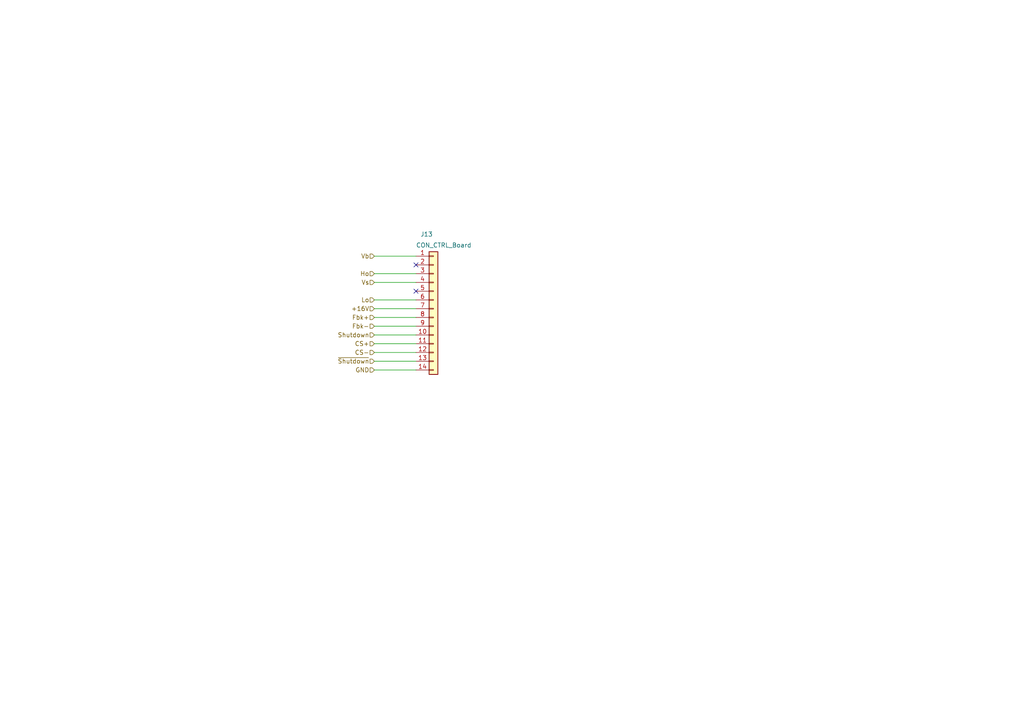
<source format=kicad_sch>
(kicad_sch (version 20210126) (generator eeschema)
  (paper "A4")
  (lib_symbols
    (symbol "Connector_Generic:Conn_01x14" (pin_names (offset 1.016) hide)
      (property "Reference" "J" (at 0 17.78 0))
      (property "Value" "Conn_01x14" (at 0 -20.32 0))
      (symbol "Conn_01x14_1_1"
        (rectangle (start -1.27 -17.653) (end 0 -17.907) (stroke (width 0.1524)))
        (rectangle (start -1.27 -15.113) (end 0 -15.367) (stroke (width 0.1524)))
        (rectangle (start -1.27 -12.573) (end 0 -12.827) (stroke (width 0.1524)))
        (rectangle (start -1.27 -10.033) (end 0 -10.287) (stroke (width 0.1524)))
        (rectangle (start -1.27 -7.493) (end 0 -7.747) (stroke (width 0.1524)))
        (rectangle (start -1.27 -4.953) (end 0 -5.207) (stroke (width 0.1524)))
        (rectangle (start -1.27 -2.413) (end 0 -2.667) (stroke (width 0.1524)))
        (rectangle (start -1.27 0.127) (end 0 -0.127) (stroke (width 0.1524)))
        (rectangle (start -1.27 2.667) (end 0 2.413) (stroke (width 0.1524)))
        (rectangle (start -1.27 5.207) (end 0 4.953) (stroke (width 0.1524)))
        (rectangle (start -1.27 7.747) (end 0 7.493) (stroke (width 0.1524)))
        (rectangle (start -1.27 10.287) (end 0 10.033) (stroke (width 0.1524)))
        (rectangle (start -1.27 12.827) (end 0 12.573) (stroke (width 0.1524)))
        (rectangle (start -1.27 15.367) (end 0 15.113) (stroke (width 0.1524)))
        (rectangle (start -1.27 16.51) (end 1.27 -19.05) (stroke (width 0.254)) (fill (type background)))
        (pin passive line (at -5.08 15.24 0) (length 3.81) (name "Pin_1") (number "1"))
        (pin passive line (at -5.08 -7.62 0) (length 3.81) (name "Pin_10") (number "10"))
        (pin passive line (at -5.08 -10.16 0) (length 3.81) (name "Pin_11") (number "11"))
        (pin passive line (at -5.08 -12.7 0) (length 3.81) (name "Pin_12") (number "12"))
        (pin passive line (at -5.08 -15.24 0) (length 3.81) (name "Pin_13") (number "13"))
        (pin passive line (at -5.08 -17.78 0) (length 3.81) (name "Pin_14") (number "14"))
        (pin passive line (at -5.08 12.7 0) (length 3.81) (name "Pin_2") (number "2"))
        (pin passive line (at -5.08 10.16 0) (length 3.81) (name "Pin_3") (number "3"))
        (pin passive line (at -5.08 7.62 0) (length 3.81) (name "Pin_4") (number "4"))
        (pin passive line (at -5.08 5.08 0) (length 3.81) (name "Pin_5") (number "5"))
        (pin passive line (at -5.08 2.54 0) (length 3.81) (name "Pin_6") (number "6"))
        (pin passive line (at -5.08 0 0) (length 3.81) (name "Pin_7") (number "7"))
        (pin passive line (at -5.08 -2.54 0) (length 3.81) (name "Pin_8") (number "8"))
        (pin passive line (at -5.08 -5.08 0) (length 3.81) (name "Pin_9") (number "9"))
      )
    )
  )
  (no_connect (at 120.65 76.835))
  (no_connect (at 120.65 84.455))
  (wire (pts (xy 108.585 79.375) (xy 120.65 79.375)))
  (wire (pts (xy 108.585 81.915) (xy 120.65 81.915)))
  (wire (pts (xy 108.585 86.995) (xy 120.65 86.995)))
  (wire (pts (xy 108.585 89.535) (xy 120.65 89.535)))
  (wire (pts (xy 108.585 92.075) (xy 120.65 92.075)))
  (wire (pts (xy 108.585 94.615) (xy 120.65 94.615)))
  (wire (pts (xy 108.585 97.155) (xy 120.65 97.155)))
  (wire (pts (xy 108.585 99.695) (xy 120.65 99.695)))
  (wire (pts (xy 108.585 102.235) (xy 120.65 102.235)))
  (wire (pts (xy 108.585 104.775) (xy 120.65 104.775)))
  (wire (pts (xy 108.585 107.315) (xy 120.65 107.315)))
  (wire (pts (xy 120.65 74.295) (xy 108.585 74.295)))
  (hierarchical_label "Vb" (shape input) (at 108.585 74.295 180))
  (hierarchical_label "Ho" (shape input) (at 108.585 79.375 180))
  (hierarchical_label "Vs" (shape input) (at 108.585 81.915 180))
  (hierarchical_label "Lo" (shape input) (at 108.585 86.995 180))
  (hierarchical_label "+16V" (shape input) (at 108.585 89.535 180))
  (hierarchical_label "Fbk+" (shape input) (at 108.585 92.075 180))
  (hierarchical_label "Fbk-" (shape input) (at 108.585 94.615 180))
  (hierarchical_label "Shutdown" (shape input) (at 108.585 97.155 180))
  (hierarchical_label "CS+" (shape input) (at 108.585 99.695 180))
  (hierarchical_label "CS-" (shape input) (at 108.585 102.235 180))
  (hierarchical_label "~Shutdown" (shape input) (at 108.585 104.775 180))
  (hierarchical_label "GND" (shape input) (at 108.585 107.315 180))
  (symbol (lib_id "Connector_Generic:Conn_01x14") (at 125.73 89.535 0) (unit 1)
    (property "Reference" "J13" (at 121.92 67.945 0) (effects (justify left)))
    (property "Value" "CON_CTRL_Board" (at 120.65 71.12 0) (effects (justify left)))
    (property "Footprint" "Connector_PinSocket_2.54mm:PinSocket_1x14_P2.54mm_Vertical" (effects hide))
  )
)
</source>
